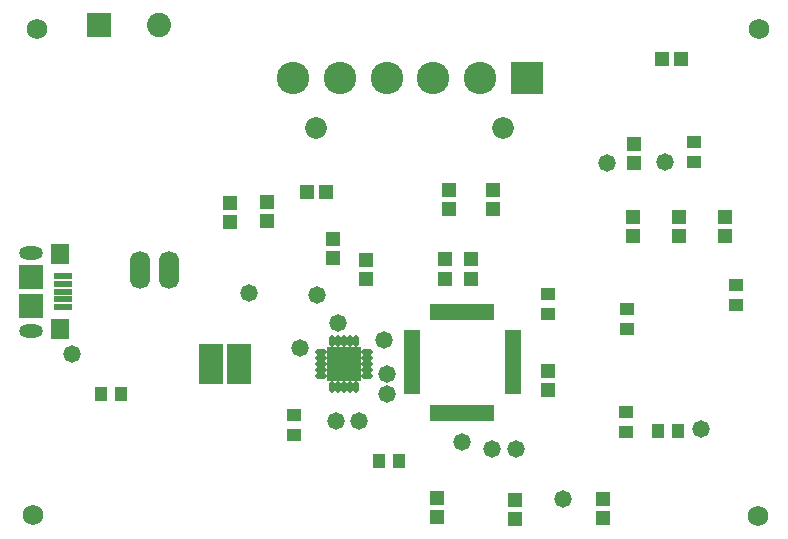
<source format=gts>
G04*
G04 #@! TF.GenerationSoftware,Altium Limited,Altium Designer,19.1.5 (86)*
G04*
G04 Layer_Color=8388736*
%FSLAX25Y25*%
%MOIN*%
G70*
G01*
G75*
%ADD29R,0.08083X0.13792*%
%ADD30R,0.04737X0.04737*%
%ADD31R,0.04737X0.04737*%
%ADD32R,0.04737X0.04343*%
%ADD33R,0.04343X0.04737*%
%ADD34R,0.11627X0.11627*%
%ADD35O,0.03950X0.01784*%
%ADD36O,0.01784X0.03950*%
%ADD37R,0.08280X0.08280*%
%ADD38R,0.06312X0.07099*%
%ADD39R,0.06115X0.02375*%
%ADD40R,0.05524X0.02769*%
%ADD41R,0.02769X0.05524*%
%ADD42R,0.05131X0.04658*%
%ADD43O,0.06737X0.12674*%
%ADD44C,0.07217*%
%ADD45R,0.10839X0.10839*%
%ADD46C,0.10839*%
%ADD47R,0.08083X0.08083*%
%ADD48C,0.08083*%
%ADD49O,0.07887X0.04343*%
%ADD50C,0.02769*%
%ADD51C,0.06800*%
%ADD52C,0.05800*%
D29*
X75500Y58600D02*
D03*
X66248D02*
D03*
D30*
X145500Y110350D02*
D03*
Y116650D02*
D03*
X160100Y110150D02*
D03*
Y116450D02*
D03*
X117900Y86950D02*
D03*
Y93250D02*
D03*
X107000Y100250D02*
D03*
Y93950D02*
D03*
X85000Y112450D02*
D03*
Y106150D02*
D03*
X72400Y112150D02*
D03*
Y105850D02*
D03*
X207300Y131950D02*
D03*
Y125650D02*
D03*
X237500Y107450D02*
D03*
Y101150D02*
D03*
X207000Y101100D02*
D03*
Y107399D02*
D03*
X222200Y101150D02*
D03*
Y107450D02*
D03*
X196900Y7250D02*
D03*
Y13550D02*
D03*
X167500Y13299D02*
D03*
Y7000D02*
D03*
X141600Y7450D02*
D03*
Y13750D02*
D03*
X178500Y49950D02*
D03*
Y56250D02*
D03*
D31*
X216650Y160300D02*
D03*
X222950D02*
D03*
X98150Y115900D02*
D03*
X104450D02*
D03*
D32*
X227300Y125753D02*
D03*
Y132447D02*
D03*
X204500Y42593D02*
D03*
Y35900D02*
D03*
X205000Y76793D02*
D03*
Y70100D02*
D03*
X241300Y78354D02*
D03*
Y85046D02*
D03*
X94000Y41447D02*
D03*
Y34754D02*
D03*
X178500Y81946D02*
D03*
Y75253D02*
D03*
D33*
X215253Y36200D02*
D03*
X221947D02*
D03*
X29553Y48500D02*
D03*
X36246D02*
D03*
X122153Y26100D02*
D03*
X128847D02*
D03*
D34*
X110500Y58600D02*
D03*
D35*
X118276Y62537D02*
D03*
Y60568D02*
D03*
Y58600D02*
D03*
Y56631D02*
D03*
Y54663D02*
D03*
X102724D02*
D03*
Y56631D02*
D03*
Y58600D02*
D03*
Y60568D02*
D03*
Y62537D02*
D03*
D36*
X114437Y50824D02*
D03*
X112469D02*
D03*
X110500D02*
D03*
X108531D02*
D03*
X106563D02*
D03*
Y66376D02*
D03*
X108531D02*
D03*
X110500D02*
D03*
X112469D02*
D03*
X114437D02*
D03*
D37*
X6268Y77976D02*
D03*
Y87424D02*
D03*
D38*
X15914Y70102D02*
D03*
Y95298D02*
D03*
D39*
X16800Y77582D02*
D03*
Y80141D02*
D03*
Y82700D02*
D03*
Y85259D02*
D03*
Y87818D02*
D03*
D40*
X166732Y68470D02*
D03*
Y65793D02*
D03*
Y63116D02*
D03*
Y60439D02*
D03*
Y57761D02*
D03*
Y55084D02*
D03*
Y52407D02*
D03*
Y49730D02*
D03*
X133268D02*
D03*
Y52407D02*
D03*
Y55084D02*
D03*
Y57761D02*
D03*
Y60439D02*
D03*
Y63116D02*
D03*
Y65793D02*
D03*
Y68470D02*
D03*
D41*
X159370Y42368D02*
D03*
X156693D02*
D03*
X154016D02*
D03*
X151339D02*
D03*
X148661D02*
D03*
X145984D02*
D03*
X143307D02*
D03*
X140630D02*
D03*
Y75832D02*
D03*
X143307D02*
D03*
X145984D02*
D03*
X148661D02*
D03*
X151339D02*
D03*
X154016D02*
D03*
X156693D02*
D03*
X159370D02*
D03*
D42*
X144169Y86753D02*
D03*
X152831D02*
D03*
Y93446D02*
D03*
X144169D02*
D03*
D43*
X52321Y89867D02*
D03*
X42479D02*
D03*
D44*
X163705Y137207D02*
D03*
X101342D02*
D03*
D45*
X171500Y153900D02*
D03*
D46*
X155909D02*
D03*
X140319D02*
D03*
X124728D02*
D03*
X109138D02*
D03*
X93547D02*
D03*
D47*
X28800Y171500D02*
D03*
D48*
X48800D02*
D03*
D49*
X6268Y69708D02*
D03*
Y95692D02*
D03*
D50*
Y69708D02*
D03*
Y95692D02*
D03*
X108335Y56435D02*
D03*
Y60765D02*
D03*
X112665Y56435D02*
D03*
Y60765D02*
D03*
D51*
X8200Y170200D02*
D03*
X248800Y170100D02*
D03*
X6800Y8100D02*
D03*
X248600Y7900D02*
D03*
D52*
X95900Y63900D02*
D03*
X78800Y82300D02*
D03*
X183600Y13400D02*
D03*
X229500Y37000D02*
D03*
X19900Y61800D02*
D03*
X198100Y125700D02*
D03*
X217600Y125800D02*
D03*
X150000Y32600D02*
D03*
X124000Y66600D02*
D03*
X168000Y30100D02*
D03*
X160000D02*
D03*
X101500Y81600D02*
D03*
X108500Y72100D02*
D03*
X125000Y55100D02*
D03*
Y48600D02*
D03*
X108000Y39600D02*
D03*
X115500D02*
D03*
M02*

</source>
